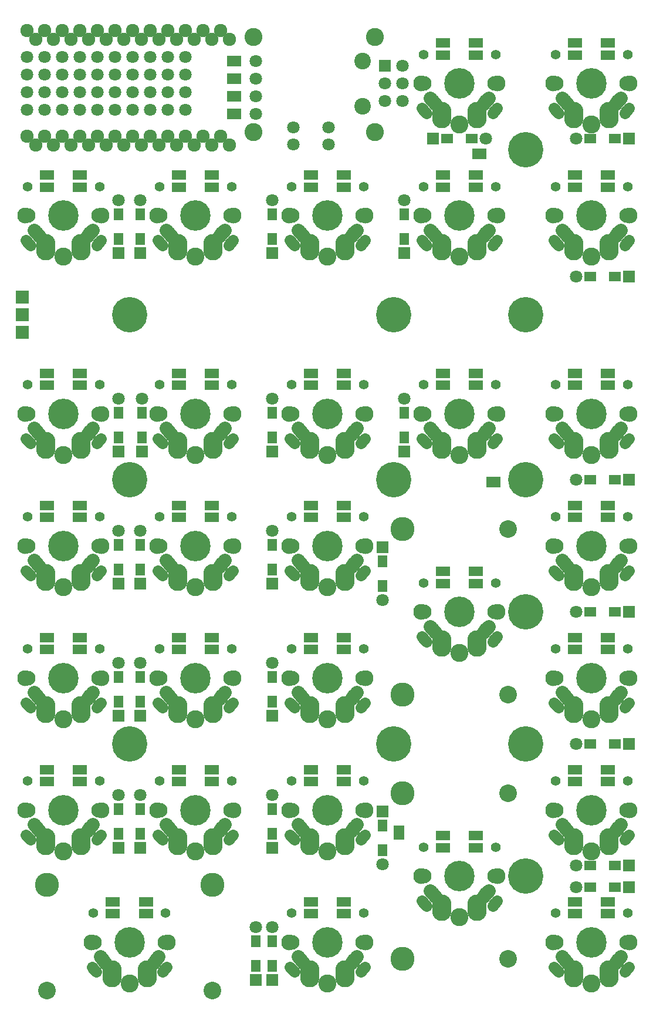
<source format=gts>
G04 #@! TF.GenerationSoftware,KiCad,Pcbnew,(5.0.0)*
G04 #@! TF.CreationDate,2018-09-18T23:33:11-07:00*
G04 #@! TF.ProjectId,chiral,63686972616C2E6B696361645F706362,v0.2*
G04 #@! TF.SameCoordinates,Original*
G04 #@! TF.FileFunction,Soldermask,Top*
G04 #@! TF.FilePolarity,Negative*
%FSLAX46Y46*%
G04 Gerber Fmt 4.6, Leading zero omitted, Abs format (unit mm)*
G04 Created by KiCad (PCBNEW (5.0.0)) date 09/18/18 23:33:11*
%MOMM*%
%LPD*%
G01*
G04 APERTURE LIST*
%ADD10C,3.479800*%
%ADD11C,2.540000*%
%ADD12R,1.700000X1.350000*%
%ADD13R,1.797000X1.797000*%
%ADD14C,1.797000*%
%ADD15R,1.350000X1.700000*%
%ADD16C,2.600000*%
%ADD17C,5.100000*%
%ADD18R,1.035000X1.543000*%
%ADD19R,1.543000X1.035000*%
%ADD20C,1.924000*%
%ADD21R,1.924000X1.924000*%
%ADD22C,1.650000*%
%ADD23C,1.650000*%
%ADD24C,4.400000*%
%ADD25C,2.300000*%
%ADD26C,2.800000*%
%ADD27C,1.950000*%
%ADD28C,1.950000*%
%ADD29C,2.100000*%
%ADD30C,1.400000*%
%ADD31C,2.400000*%
%ADD32R,2.000000X1.400000*%
G04 APERTURE END LIST*
D10*
G04 #@! TO.C,SW?*
X45212000Y-163195000D03*
X69088000Y-163195000D03*
D11*
X45212000Y-178435000D03*
X69088000Y-178435000D03*
G04 #@! TD*
D10*
G04 #@! TO.C,SW?*
X96520000Y-173863000D03*
X96520000Y-149987000D03*
D11*
X111760000Y-173863000D03*
X111760000Y-149987000D03*
G04 #@! TD*
D10*
G04 #@! TO.C,SW?*
X96520000Y-135763000D03*
X96520000Y-111887000D03*
D11*
X111760000Y-135763000D03*
X111760000Y-111887000D03*
G04 #@! TD*
D12*
G04 #@! TO.C,D1*
X103000000Y-55562500D03*
D13*
X100965000Y-55562500D03*
D14*
X108585000Y-55562500D03*
D12*
X106550000Y-55562500D03*
G04 #@! TD*
G04 #@! TO.C,D2*
X123637968Y-55562500D03*
D14*
X121602968Y-55562500D03*
D13*
X129222968Y-55562500D03*
D12*
X127187968Y-55562500D03*
G04 #@! TD*
D15*
G04 #@! TO.C,D3*
X55562968Y-66486578D03*
D14*
X55562968Y-64451578D03*
D13*
X55562968Y-72071578D03*
D15*
X55562968Y-70036578D03*
G04 #@! TD*
G04 #@! TO.C,D4*
X58737968Y-70036578D03*
D13*
X58737968Y-72071578D03*
D14*
X58737968Y-64451578D03*
D15*
X58737968Y-66486578D03*
G04 #@! TD*
G04 #@! TO.C,D5*
X77787968Y-66486578D03*
D14*
X77787968Y-64451578D03*
D13*
X77787968Y-72071578D03*
D15*
X77787968Y-70036578D03*
G04 #@! TD*
G04 #@! TO.C,D6*
X96837968Y-70036578D03*
D13*
X96837968Y-72071578D03*
D14*
X96837968Y-64451578D03*
D15*
X96837968Y-66486578D03*
G04 #@! TD*
D12*
G04 #@! TO.C,D7*
X123637968Y-75405328D03*
D14*
X121602968Y-75405328D03*
D13*
X129222968Y-75405328D03*
D12*
X127187968Y-75405328D03*
G04 #@! TD*
D15*
G04 #@! TO.C,D8*
X55562968Y-98611578D03*
D13*
X55562968Y-100646578D03*
D14*
X55562968Y-93026578D03*
D15*
X55562968Y-95061578D03*
G04 #@! TD*
G04 #@! TO.C,D9*
X58925468Y-95061578D03*
D14*
X58925468Y-93026578D03*
D13*
X58925468Y-100646578D03*
D15*
X58925468Y-98611578D03*
G04 #@! TD*
G04 #@! TO.C,D10*
X77787968Y-98611578D03*
D13*
X77787968Y-100646578D03*
D14*
X77787968Y-93026578D03*
D15*
X77787968Y-95061578D03*
G04 #@! TD*
G04 #@! TO.C,D11*
X96837968Y-95061578D03*
D14*
X96837968Y-93026578D03*
D13*
X96837968Y-100646578D03*
D15*
X96837968Y-98611578D03*
G04 #@! TD*
D12*
G04 #@! TO.C,D12*
X127187968Y-104774078D03*
D13*
X129222968Y-104774078D03*
D14*
X121602968Y-104774078D03*
D12*
X123637968Y-104774078D03*
G04 #@! TD*
D15*
G04 #@! TO.C,D13*
X55562968Y-117661578D03*
D13*
X55562968Y-119696578D03*
D14*
X55562968Y-112076578D03*
D15*
X55562968Y-114111578D03*
G04 #@! TD*
G04 #@! TO.C,D14*
X58737968Y-117661578D03*
D13*
X58737968Y-119696578D03*
D14*
X58737968Y-112076578D03*
D15*
X58737968Y-114111578D03*
G04 #@! TD*
G04 #@! TO.C,D15*
X77787968Y-114111578D03*
D14*
X77787968Y-112076578D03*
D13*
X77787968Y-119696578D03*
D15*
X77787968Y-117661578D03*
G04 #@! TD*
G04 #@! TO.C,D16*
X93662968Y-116492828D03*
D13*
X93662968Y-114457828D03*
D14*
X93662968Y-122077828D03*
D15*
X93662968Y-120042828D03*
G04 #@! TD*
D12*
G04 #@! TO.C,D17*
X123637968Y-123824078D03*
D14*
X121602968Y-123824078D03*
D13*
X129222968Y-123824078D03*
D12*
X127187968Y-123824078D03*
G04 #@! TD*
D15*
G04 #@! TO.C,D18*
X55562968Y-133161578D03*
D14*
X55562968Y-131126578D03*
D13*
X55562968Y-138746578D03*
D15*
X55562968Y-136711578D03*
G04 #@! TD*
G04 #@! TO.C,D19*
X58737968Y-136711578D03*
D13*
X58737968Y-138746578D03*
D14*
X58737968Y-131126578D03*
D15*
X58737968Y-133161578D03*
G04 #@! TD*
G04 #@! TO.C,D20*
X77787968Y-133161578D03*
D14*
X77787968Y-131126578D03*
D13*
X77787968Y-138746578D03*
D15*
X77787968Y-136711578D03*
G04 #@! TD*
D12*
G04 #@! TO.C,D21*
X127187968Y-142874078D03*
D13*
X129222968Y-142874078D03*
D14*
X121602968Y-142874078D03*
D12*
X123637968Y-142874078D03*
G04 #@! TD*
D15*
G04 #@! TO.C,D22*
X55562968Y-152211578D03*
D14*
X55562968Y-150176578D03*
D13*
X55562968Y-157796578D03*
D15*
X55562968Y-155761578D03*
G04 #@! TD*
G04 #@! TO.C,D23*
X58737968Y-155761578D03*
D13*
X58737968Y-157796578D03*
D14*
X58737968Y-150176578D03*
D15*
X58737968Y-152211578D03*
G04 #@! TD*
G04 #@! TO.C,D24*
X77787968Y-152211578D03*
D14*
X77787968Y-150176578D03*
D13*
X77787968Y-157796578D03*
D15*
X77787968Y-155761578D03*
G04 #@! TD*
G04 #@! TO.C,D25*
X93662968Y-154592828D03*
D13*
X93662968Y-152557828D03*
D14*
X93662968Y-160177828D03*
D15*
X93662968Y-158142828D03*
G04 #@! TD*
D12*
G04 #@! TO.C,D26*
X123637968Y-160336578D03*
D14*
X121602968Y-160336578D03*
D13*
X129222968Y-160336578D03*
D12*
X127187968Y-160336578D03*
G04 #@! TD*
D15*
G04 #@! TO.C,D27*
X75406718Y-174811578D03*
D13*
X75406718Y-176846578D03*
D14*
X75406718Y-169226578D03*
D15*
X75406718Y-171261578D03*
G04 #@! TD*
G04 #@! TO.C,D28*
X77787968Y-171261578D03*
D14*
X77787968Y-169226578D03*
D13*
X77787968Y-176846578D03*
D15*
X77787968Y-174811578D03*
G04 #@! TD*
D12*
G04 #@! TO.C,D29*
X127187968Y-163511578D03*
D13*
X129222968Y-163511578D03*
D14*
X121602968Y-163511578D03*
D12*
X123637968Y-163511578D03*
G04 #@! TD*
D14*
G04 #@! TO.C,H1*
X47464960Y-48892460D03*
X42384960Y-48892460D03*
X44924960Y-48892460D03*
X42384960Y-51432460D03*
X52544960Y-48892460D03*
X47464960Y-51432460D03*
X55084960Y-48892460D03*
X57624960Y-48892460D03*
X50004960Y-48892460D03*
X52544960Y-51432460D03*
X57624960Y-51432460D03*
X60164960Y-48892460D03*
X60164960Y-51432460D03*
X62704960Y-48892460D03*
X62704960Y-51432460D03*
X65244960Y-48892460D03*
X65244960Y-51432460D03*
X50004960Y-51432460D03*
X55084960Y-51432460D03*
X44924960Y-51432460D03*
X65247500Y-46355000D03*
X65247500Y-43815000D03*
X62707500Y-46355000D03*
X62707500Y-43815000D03*
X60167500Y-46355000D03*
X60167500Y-43815000D03*
X57627500Y-46355000D03*
X57627500Y-43815000D03*
X55087500Y-46355000D03*
X55087500Y-43815000D03*
X52547500Y-46355000D03*
X52547500Y-43815000D03*
X50007500Y-46355000D03*
X50007500Y-43815000D03*
X47467500Y-46355000D03*
X47467500Y-43815000D03*
X44927500Y-46355000D03*
X44927500Y-43815000D03*
X42387500Y-46355000D03*
X42387500Y-43815000D03*
G04 #@! TD*
D16*
G04 #@! TO.C,H2*
X75085000Y-40875000D03*
G04 #@! TD*
G04 #@! TO.C,H3*
X75085000Y-54625000D03*
G04 #@! TD*
G04 #@! TO.C,H4*
X92585000Y-40875000D03*
G04 #@! TD*
G04 #@! TO.C,H5*
X92585000Y-54625000D03*
G04 #@! TD*
D17*
G04 #@! TO.C,H6*
X114300000Y-57150000D03*
G04 #@! TD*
G04 #@! TO.C,H7*
X57150000Y-80962500D03*
G04 #@! TD*
G04 #@! TO.C,H8*
X95250000Y-80962500D03*
G04 #@! TD*
G04 #@! TO.C,H9*
X114300000Y-80962500D03*
G04 #@! TD*
G04 #@! TO.C,H10*
X57150000Y-104775000D03*
G04 #@! TD*
G04 #@! TO.C,H11*
X95250000Y-104775000D03*
G04 #@! TD*
G04 #@! TO.C,H12*
X114300000Y-104775000D03*
G04 #@! TD*
G04 #@! TO.C,H13*
X114300000Y-123825000D03*
G04 #@! TD*
G04 #@! TO.C,H14*
X57150000Y-142875000D03*
G04 #@! TD*
G04 #@! TO.C,H15*
X95250000Y-142875000D03*
G04 #@! TD*
G04 #@! TO.C,H16*
X114300000Y-142875000D03*
G04 #@! TD*
G04 #@! TO.C,H17*
X114300000Y-161925000D03*
G04 #@! TD*
D18*
G04 #@! TO.C,JP1*
X108175380Y-57705000D03*
X107174620Y-57705000D03*
G04 #@! TD*
G04 #@! TO.C,JP2*
X110155380Y-105105000D03*
X109154620Y-105105000D03*
G04 #@! TD*
D19*
G04 #@! TO.C,JP3*
X96065000Y-155114620D03*
X96065000Y-156115380D03*
G04 #@! TD*
D18*
G04 #@! TO.C,JP4*
X71724620Y-44335000D03*
X72725380Y-44335000D03*
G04 #@! TD*
G04 #@! TO.C,JP5*
X72725380Y-46875000D03*
X71724620Y-46875000D03*
G04 #@! TD*
G04 #@! TO.C,JP6*
X72725380Y-49415000D03*
X71724620Y-49415000D03*
G04 #@! TD*
G04 #@! TO.C,JP7*
X71724620Y-51955000D03*
X72725380Y-51955000D03*
G04 #@! TD*
D20*
G04 #@! TO.C,MCU1*
X43656718Y-56514078D03*
X46196718Y-56514078D03*
X48736718Y-56514078D03*
X51276718Y-56514078D03*
X53816718Y-56514078D03*
X56356718Y-56514078D03*
X58896718Y-56514078D03*
X61436718Y-56514078D03*
X63976718Y-56514078D03*
X66516718Y-56514078D03*
X69056718Y-56514078D03*
X71596718Y-56514078D03*
X71596718Y-41274078D03*
X69056718Y-41274078D03*
X66516718Y-41274078D03*
X63976718Y-41274078D03*
X61436718Y-41274078D03*
X58896718Y-41274078D03*
X56356718Y-41274078D03*
X53816718Y-41274078D03*
X51276718Y-41274078D03*
X48736718Y-41274078D03*
X46196718Y-41274078D03*
X43656718Y-41274078D03*
X65246718Y-55244078D03*
X62706718Y-40004078D03*
X50006718Y-55244078D03*
X42386718Y-40004078D03*
X44926718Y-40004078D03*
X70326718Y-55244078D03*
X60166718Y-55244078D03*
X47466718Y-40004078D03*
X50006718Y-40004078D03*
X52546718Y-40004078D03*
X44926718Y-55244078D03*
X42386718Y-55244078D03*
X55086718Y-40004078D03*
X60166718Y-40004078D03*
X70326718Y-40004078D03*
X57626718Y-55244078D03*
X52546718Y-55244078D03*
X47466718Y-55244078D03*
X55086718Y-55244078D03*
X57626718Y-40004078D03*
X65246718Y-40004078D03*
X67786718Y-40004078D03*
X67786718Y-55244078D03*
X62706718Y-55244078D03*
G04 #@! TD*
D14*
G04 #@! TO.C,P1*
X75410000Y-44335000D03*
X75410000Y-46875000D03*
X75410000Y-49415000D03*
X75410000Y-51955000D03*
G04 #@! TD*
D21*
G04 #@! TO.C,P2*
X41675000Y-78422500D03*
X41675000Y-80962500D03*
X41675000Y-83502500D03*
G04 #@! TD*
D13*
G04 #@! TO.C,P3*
X94005000Y-45085000D03*
D14*
X96545000Y-45085000D03*
X94005000Y-47625000D03*
X96545000Y-47625000D03*
X94005000Y-50165000D03*
X96545000Y-50165000D03*
G04 #@! TD*
G04 #@! TO.C,R1*
X80803750Y-53975000D03*
X85883750Y-53975000D03*
G04 #@! TD*
G04 #@! TO.C,R2*
X85883750Y-56356250D03*
X80803750Y-56356250D03*
G04 #@! TD*
D22*
G04 #@! TO.C,SW1*
X99675468Y-51524078D03*
D23*
X99980792Y-51887949D02*
X99370144Y-51160207D01*
D24*
X104775468Y-47624078D03*
D25*
X110275468Y-47624078D03*
X99275468Y-47624078D03*
D22*
X109875468Y-51524078D03*
D23*
X110180792Y-51160207D02*
X109570144Y-51887949D01*
D16*
X104775468Y-53524078D03*
D26*
X102235468Y-52704078D03*
D27*
X108585468Y-50164078D03*
D28*
X108987210Y-49685300D02*
X108183726Y-50642856D01*
D26*
X107315468Y-52704078D03*
D27*
X100965468Y-50164078D03*
D28*
X101367210Y-50642856D02*
X100563726Y-49685300D01*
D26*
X102235468Y-52124078D03*
X102235468Y-51624078D03*
X107315468Y-51624078D03*
X107315468Y-52124078D03*
D29*
X99695468Y-47624078D03*
X109855468Y-47624078D03*
D30*
X99555468Y-43424078D03*
X109995468Y-43424078D03*
G04 #@! TD*
D22*
G04 #@! TO.C,SW2*
X118725468Y-51524078D03*
D23*
X119030792Y-51887949D02*
X118420144Y-51160207D01*
D24*
X123825468Y-47624078D03*
D25*
X129325468Y-47624078D03*
X118325468Y-47624078D03*
D22*
X128925468Y-51524078D03*
D23*
X129230792Y-51160207D02*
X128620144Y-51887949D01*
D16*
X123825468Y-53524078D03*
D26*
X121285468Y-52704078D03*
D27*
X127635468Y-50164078D03*
D28*
X128037210Y-49685300D02*
X127233726Y-50642856D01*
D26*
X126365468Y-52704078D03*
D27*
X120015468Y-50164078D03*
D28*
X120417210Y-50642856D02*
X119613726Y-49685300D01*
D26*
X121285468Y-52124078D03*
X121285468Y-51624078D03*
X126365468Y-51624078D03*
X126365468Y-52124078D03*
D29*
X118745468Y-47624078D03*
X128905468Y-47624078D03*
D30*
X118605468Y-43424078D03*
X129045468Y-43424078D03*
G04 #@! TD*
G04 #@! TO.C,SW3*
X52845468Y-62474078D03*
X42405468Y-62474078D03*
D29*
X52705468Y-66674078D03*
X42545468Y-66674078D03*
D26*
X50165468Y-71174078D03*
X50165468Y-70674078D03*
X45085468Y-70674078D03*
X45085468Y-71174078D03*
D27*
X43815468Y-69214078D03*
D28*
X44217210Y-69692856D02*
X43413726Y-68735300D01*
D26*
X50165468Y-71754078D03*
D27*
X51435468Y-69214078D03*
D28*
X51837210Y-68735300D02*
X51033726Y-69692856D01*
D26*
X45085468Y-71754078D03*
D16*
X47625468Y-72574078D03*
D22*
X52725468Y-70574078D03*
D23*
X53030792Y-70210207D02*
X52420144Y-70937949D01*
D25*
X42125468Y-66674078D03*
X53125468Y-66674078D03*
D24*
X47625468Y-66674078D03*
D22*
X42525468Y-70574078D03*
D23*
X42830792Y-70937949D02*
X42220144Y-70210207D01*
G04 #@! TD*
D22*
G04 #@! TO.C,SW4*
X61575468Y-70574078D03*
D23*
X61880792Y-70937949D02*
X61270144Y-70210207D01*
D24*
X66675468Y-66674078D03*
D25*
X72175468Y-66674078D03*
X61175468Y-66674078D03*
D22*
X71775468Y-70574078D03*
D23*
X72080792Y-70210207D02*
X71470144Y-70937949D01*
D16*
X66675468Y-72574078D03*
D26*
X64135468Y-71754078D03*
D27*
X70485468Y-69214078D03*
D28*
X70887210Y-68735300D02*
X70083726Y-69692856D01*
D26*
X69215468Y-71754078D03*
D27*
X62865468Y-69214078D03*
D28*
X63267210Y-69692856D02*
X62463726Y-68735300D01*
D26*
X64135468Y-71174078D03*
X64135468Y-70674078D03*
X69215468Y-70674078D03*
X69215468Y-71174078D03*
D29*
X61595468Y-66674078D03*
X71755468Y-66674078D03*
D30*
X61455468Y-62474078D03*
X71895468Y-62474078D03*
G04 #@! TD*
G04 #@! TO.C,SW5*
X90945468Y-62474078D03*
X80505468Y-62474078D03*
D29*
X90805468Y-66674078D03*
X80645468Y-66674078D03*
D26*
X88265468Y-71174078D03*
X88265468Y-70674078D03*
X83185468Y-70674078D03*
X83185468Y-71174078D03*
D27*
X81915468Y-69214078D03*
D28*
X82317210Y-69692856D02*
X81513726Y-68735300D01*
D26*
X88265468Y-71754078D03*
D27*
X89535468Y-69214078D03*
D28*
X89937210Y-68735300D02*
X89133726Y-69692856D01*
D26*
X83185468Y-71754078D03*
D16*
X85725468Y-72574078D03*
D22*
X90825468Y-70574078D03*
D23*
X91130792Y-70210207D02*
X90520144Y-70937949D01*
D25*
X80225468Y-66674078D03*
X91225468Y-66674078D03*
D24*
X85725468Y-66674078D03*
D22*
X80625468Y-70574078D03*
D23*
X80930792Y-70937949D02*
X80320144Y-70210207D01*
G04 #@! TD*
D22*
G04 #@! TO.C,SW6*
X99675468Y-70574078D03*
D23*
X99980792Y-70937949D02*
X99370144Y-70210207D01*
D24*
X104775468Y-66674078D03*
D25*
X110275468Y-66674078D03*
X99275468Y-66674078D03*
D22*
X109875468Y-70574078D03*
D23*
X110180792Y-70210207D02*
X109570144Y-70937949D01*
D16*
X104775468Y-72574078D03*
D26*
X102235468Y-71754078D03*
D27*
X108585468Y-69214078D03*
D28*
X108987210Y-68735300D02*
X108183726Y-69692856D01*
D26*
X107315468Y-71754078D03*
D27*
X100965468Y-69214078D03*
D28*
X101367210Y-69692856D02*
X100563726Y-68735300D01*
D26*
X102235468Y-71174078D03*
X102235468Y-70674078D03*
X107315468Y-70674078D03*
X107315468Y-71174078D03*
D29*
X99695468Y-66674078D03*
X109855468Y-66674078D03*
D30*
X99555468Y-62474078D03*
X109995468Y-62474078D03*
G04 #@! TD*
G04 #@! TO.C,SW7*
X129045468Y-62474078D03*
X118605468Y-62474078D03*
D29*
X128905468Y-66674078D03*
X118745468Y-66674078D03*
D26*
X126365468Y-71174078D03*
X126365468Y-70674078D03*
X121285468Y-70674078D03*
X121285468Y-71174078D03*
D27*
X120015468Y-69214078D03*
D28*
X120417210Y-69692856D02*
X119613726Y-68735300D01*
D26*
X126365468Y-71754078D03*
D27*
X127635468Y-69214078D03*
D28*
X128037210Y-68735300D02*
X127233726Y-69692856D01*
D26*
X121285468Y-71754078D03*
D16*
X123825468Y-72574078D03*
D22*
X128925468Y-70574078D03*
D23*
X129230792Y-70210207D02*
X128620144Y-70937949D01*
D25*
X118325468Y-66674078D03*
X129325468Y-66674078D03*
D24*
X123825468Y-66674078D03*
D22*
X118725468Y-70574078D03*
D23*
X119030792Y-70937949D02*
X118420144Y-70210207D01*
G04 #@! TD*
D30*
G04 #@! TO.C,SW8*
X52845468Y-91049078D03*
X42405468Y-91049078D03*
D29*
X52705468Y-95249078D03*
X42545468Y-95249078D03*
D26*
X50165468Y-99749078D03*
X50165468Y-99249078D03*
X45085468Y-99249078D03*
X45085468Y-99749078D03*
D27*
X43815468Y-97789078D03*
D28*
X44217210Y-98267856D02*
X43413726Y-97310300D01*
D26*
X50165468Y-100329078D03*
D27*
X51435468Y-97789078D03*
D28*
X51837210Y-97310300D02*
X51033726Y-98267856D01*
D26*
X45085468Y-100329078D03*
D16*
X47625468Y-101149078D03*
D22*
X52725468Y-99149078D03*
D23*
X53030792Y-98785207D02*
X52420144Y-99512949D01*
D25*
X42125468Y-95249078D03*
X53125468Y-95249078D03*
D24*
X47625468Y-95249078D03*
D22*
X42525468Y-99149078D03*
D23*
X42830792Y-99512949D02*
X42220144Y-98785207D01*
G04 #@! TD*
D30*
G04 #@! TO.C,SW9*
X71895468Y-91049078D03*
X61455468Y-91049078D03*
D29*
X71755468Y-95249078D03*
X61595468Y-95249078D03*
D26*
X69215468Y-99749078D03*
X69215468Y-99249078D03*
X64135468Y-99249078D03*
X64135468Y-99749078D03*
D27*
X62865468Y-97789078D03*
D28*
X63267210Y-98267856D02*
X62463726Y-97310300D01*
D26*
X69215468Y-100329078D03*
D27*
X70485468Y-97789078D03*
D28*
X70887210Y-97310300D02*
X70083726Y-98267856D01*
D26*
X64135468Y-100329078D03*
D16*
X66675468Y-101149078D03*
D22*
X71775468Y-99149078D03*
D23*
X72080792Y-98785207D02*
X71470144Y-99512949D01*
D25*
X61175468Y-95249078D03*
X72175468Y-95249078D03*
D24*
X66675468Y-95249078D03*
D22*
X61575468Y-99149078D03*
D23*
X61880792Y-99512949D02*
X61270144Y-98785207D01*
G04 #@! TD*
D30*
G04 #@! TO.C,SW10*
X90945468Y-91049078D03*
X80505468Y-91049078D03*
D29*
X90805468Y-95249078D03*
X80645468Y-95249078D03*
D26*
X88265468Y-99749078D03*
X88265468Y-99249078D03*
X83185468Y-99249078D03*
X83185468Y-99749078D03*
D27*
X81915468Y-97789078D03*
D28*
X82317210Y-98267856D02*
X81513726Y-97310300D01*
D26*
X88265468Y-100329078D03*
D27*
X89535468Y-97789078D03*
D28*
X89937210Y-97310300D02*
X89133726Y-98267856D01*
D26*
X83185468Y-100329078D03*
D16*
X85725468Y-101149078D03*
D22*
X90825468Y-99149078D03*
D23*
X91130792Y-98785207D02*
X90520144Y-99512949D01*
D25*
X80225468Y-95249078D03*
X91225468Y-95249078D03*
D24*
X85725468Y-95249078D03*
D22*
X80625468Y-99149078D03*
D23*
X80930792Y-99512949D02*
X80320144Y-98785207D01*
G04 #@! TD*
D30*
G04 #@! TO.C,SW11*
X109995468Y-91049078D03*
X99555468Y-91049078D03*
D29*
X109855468Y-95249078D03*
X99695468Y-95249078D03*
D26*
X107315468Y-99749078D03*
X107315468Y-99249078D03*
X102235468Y-99249078D03*
X102235468Y-99749078D03*
D27*
X100965468Y-97789078D03*
D28*
X101367210Y-98267856D02*
X100563726Y-97310300D01*
D26*
X107315468Y-100329078D03*
D27*
X108585468Y-97789078D03*
D28*
X108987210Y-97310300D02*
X108183726Y-98267856D01*
D26*
X102235468Y-100329078D03*
D16*
X104775468Y-101149078D03*
D22*
X109875468Y-99149078D03*
D23*
X110180792Y-98785207D02*
X109570144Y-99512949D01*
D25*
X99275468Y-95249078D03*
X110275468Y-95249078D03*
D24*
X104775468Y-95249078D03*
D22*
X99675468Y-99149078D03*
D23*
X99980792Y-99512949D02*
X99370144Y-98785207D01*
G04 #@! TD*
D22*
G04 #@! TO.C,SW12*
X118725468Y-99149078D03*
D23*
X119030792Y-99512949D02*
X118420144Y-98785207D01*
D24*
X123825468Y-95249078D03*
D25*
X129325468Y-95249078D03*
X118325468Y-95249078D03*
D22*
X128925468Y-99149078D03*
D23*
X129230792Y-98785207D02*
X128620144Y-99512949D01*
D16*
X123825468Y-101149078D03*
D26*
X121285468Y-100329078D03*
D27*
X127635468Y-97789078D03*
D28*
X128037210Y-97310300D02*
X127233726Y-98267856D01*
D26*
X126365468Y-100329078D03*
D27*
X120015468Y-97789078D03*
D28*
X120417210Y-98267856D02*
X119613726Y-97310300D01*
D26*
X121285468Y-99749078D03*
X121285468Y-99249078D03*
X126365468Y-99249078D03*
X126365468Y-99749078D03*
D29*
X118745468Y-95249078D03*
X128905468Y-95249078D03*
D30*
X118605468Y-91049078D03*
X129045468Y-91049078D03*
G04 #@! TD*
D22*
G04 #@! TO.C,SW13*
X42525468Y-118199078D03*
D23*
X42830792Y-118562949D02*
X42220144Y-117835207D01*
D24*
X47625468Y-114299078D03*
D25*
X53125468Y-114299078D03*
X42125468Y-114299078D03*
D22*
X52725468Y-118199078D03*
D23*
X53030792Y-117835207D02*
X52420144Y-118562949D01*
D16*
X47625468Y-120199078D03*
D26*
X45085468Y-119379078D03*
D27*
X51435468Y-116839078D03*
D28*
X51837210Y-116360300D02*
X51033726Y-117317856D01*
D26*
X50165468Y-119379078D03*
D27*
X43815468Y-116839078D03*
D28*
X44217210Y-117317856D02*
X43413726Y-116360300D01*
D26*
X45085468Y-118799078D03*
X45085468Y-118299078D03*
X50165468Y-118299078D03*
X50165468Y-118799078D03*
D29*
X42545468Y-114299078D03*
X52705468Y-114299078D03*
D30*
X42405468Y-110099078D03*
X52845468Y-110099078D03*
G04 #@! TD*
G04 #@! TO.C,SW14*
X71895468Y-110099078D03*
X61455468Y-110099078D03*
D29*
X71755468Y-114299078D03*
X61595468Y-114299078D03*
D26*
X69215468Y-118799078D03*
X69215468Y-118299078D03*
X64135468Y-118299078D03*
X64135468Y-118799078D03*
D27*
X62865468Y-116839078D03*
D28*
X63267210Y-117317856D02*
X62463726Y-116360300D01*
D26*
X69215468Y-119379078D03*
D27*
X70485468Y-116839078D03*
D28*
X70887210Y-116360300D02*
X70083726Y-117317856D01*
D26*
X64135468Y-119379078D03*
D16*
X66675468Y-120199078D03*
D22*
X71775468Y-118199078D03*
D23*
X72080792Y-117835207D02*
X71470144Y-118562949D01*
D25*
X61175468Y-114299078D03*
X72175468Y-114299078D03*
D24*
X66675468Y-114299078D03*
D22*
X61575468Y-118199078D03*
D23*
X61880792Y-118562949D02*
X61270144Y-117835207D01*
G04 #@! TD*
D22*
G04 #@! TO.C,SW15*
X80625468Y-118199078D03*
D23*
X80930792Y-118562949D02*
X80320144Y-117835207D01*
D24*
X85725468Y-114299078D03*
D25*
X91225468Y-114299078D03*
X80225468Y-114299078D03*
D22*
X90825468Y-118199078D03*
D23*
X91130792Y-117835207D02*
X90520144Y-118562949D01*
D16*
X85725468Y-120199078D03*
D26*
X83185468Y-119379078D03*
D27*
X89535468Y-116839078D03*
D28*
X89937210Y-116360300D02*
X89133726Y-117317856D01*
D26*
X88265468Y-119379078D03*
D27*
X81915468Y-116839078D03*
D28*
X82317210Y-117317856D02*
X81513726Y-116360300D01*
D26*
X83185468Y-118799078D03*
X83185468Y-118299078D03*
X88265468Y-118299078D03*
X88265468Y-118799078D03*
D29*
X80645468Y-114299078D03*
X90805468Y-114299078D03*
D30*
X80505468Y-110099078D03*
X90945468Y-110099078D03*
G04 #@! TD*
G04 #@! TO.C,SW16*
X109995468Y-119624078D03*
X99555468Y-119624078D03*
D29*
X109855468Y-123824078D03*
X99695468Y-123824078D03*
D26*
X107315468Y-128324078D03*
X107315468Y-127824078D03*
X102235468Y-127824078D03*
X102235468Y-128324078D03*
D27*
X100965468Y-126364078D03*
D28*
X101367210Y-126842856D02*
X100563726Y-125885300D01*
D26*
X107315468Y-128904078D03*
D27*
X108585468Y-126364078D03*
D28*
X108987210Y-125885300D02*
X108183726Y-126842856D01*
D26*
X102235468Y-128904078D03*
D16*
X104775468Y-129724078D03*
D22*
X109875468Y-127724078D03*
D23*
X110180792Y-127360207D02*
X109570144Y-128087949D01*
D25*
X99275468Y-123824078D03*
X110275468Y-123824078D03*
D24*
X104775468Y-123824078D03*
D22*
X99675468Y-127724078D03*
D23*
X99980792Y-128087949D02*
X99370144Y-127360207D01*
G04 #@! TD*
D22*
G04 #@! TO.C,SW17*
X118725468Y-118199078D03*
D23*
X119030792Y-118562949D02*
X118420144Y-117835207D01*
D24*
X123825468Y-114299078D03*
D25*
X129325468Y-114299078D03*
X118325468Y-114299078D03*
D22*
X128925468Y-118199078D03*
D23*
X129230792Y-117835207D02*
X128620144Y-118562949D01*
D16*
X123825468Y-120199078D03*
D26*
X121285468Y-119379078D03*
D27*
X127635468Y-116839078D03*
D28*
X128037210Y-116360300D02*
X127233726Y-117317856D01*
D26*
X126365468Y-119379078D03*
D27*
X120015468Y-116839078D03*
D28*
X120417210Y-117317856D02*
X119613726Y-116360300D01*
D26*
X121285468Y-118799078D03*
X121285468Y-118299078D03*
X126365468Y-118299078D03*
X126365468Y-118799078D03*
D29*
X118745468Y-114299078D03*
X128905468Y-114299078D03*
D30*
X118605468Y-110099078D03*
X129045468Y-110099078D03*
G04 #@! TD*
D22*
G04 #@! TO.C,SW18*
X42525468Y-137249078D03*
D23*
X42830792Y-137612949D02*
X42220144Y-136885207D01*
D24*
X47625468Y-133349078D03*
D25*
X53125468Y-133349078D03*
X42125468Y-133349078D03*
D22*
X52725468Y-137249078D03*
D23*
X53030792Y-136885207D02*
X52420144Y-137612949D01*
D16*
X47625468Y-139249078D03*
D26*
X45085468Y-138429078D03*
D27*
X51435468Y-135889078D03*
D28*
X51837210Y-135410300D02*
X51033726Y-136367856D01*
D26*
X50165468Y-138429078D03*
D27*
X43815468Y-135889078D03*
D28*
X44217210Y-136367856D02*
X43413726Y-135410300D01*
D26*
X45085468Y-137849078D03*
X45085468Y-137349078D03*
X50165468Y-137349078D03*
X50165468Y-137849078D03*
D29*
X42545468Y-133349078D03*
X52705468Y-133349078D03*
D30*
X42405468Y-129149078D03*
X52845468Y-129149078D03*
G04 #@! TD*
G04 #@! TO.C,SW19*
X71896872Y-129146312D03*
X61456872Y-129146312D03*
D29*
X71756872Y-133346312D03*
X61596872Y-133346312D03*
D26*
X69216872Y-137846312D03*
X69216872Y-137346312D03*
X64136872Y-137346312D03*
X64136872Y-137846312D03*
D27*
X62866872Y-135886312D03*
D28*
X63268614Y-136365090D02*
X62465130Y-135407534D01*
D26*
X69216872Y-138426312D03*
D27*
X70486872Y-135886312D03*
D28*
X70888614Y-135407534D02*
X70085130Y-136365090D01*
D26*
X64136872Y-138426312D03*
D16*
X66676872Y-139246312D03*
D22*
X71776872Y-137246312D03*
D23*
X72082196Y-136882441D02*
X71471548Y-137610183D01*
D25*
X61176872Y-133346312D03*
X72176872Y-133346312D03*
D24*
X66676872Y-133346312D03*
D22*
X61576872Y-137246312D03*
D23*
X61882196Y-137610183D02*
X61271548Y-136882441D01*
G04 #@! TD*
D22*
G04 #@! TO.C,SW20*
X80625468Y-137249078D03*
D23*
X80930792Y-137612949D02*
X80320144Y-136885207D01*
D24*
X85725468Y-133349078D03*
D25*
X91225468Y-133349078D03*
X80225468Y-133349078D03*
D22*
X90825468Y-137249078D03*
D23*
X91130792Y-136885207D02*
X90520144Y-137612949D01*
D16*
X85725468Y-139249078D03*
D26*
X83185468Y-138429078D03*
D27*
X89535468Y-135889078D03*
D28*
X89937210Y-135410300D02*
X89133726Y-136367856D01*
D26*
X88265468Y-138429078D03*
D27*
X81915468Y-135889078D03*
D28*
X82317210Y-136367856D02*
X81513726Y-135410300D01*
D26*
X83185468Y-137849078D03*
X83185468Y-137349078D03*
X88265468Y-137349078D03*
X88265468Y-137849078D03*
D29*
X80645468Y-133349078D03*
X90805468Y-133349078D03*
D30*
X80505468Y-129149078D03*
X90945468Y-129149078D03*
G04 #@! TD*
G04 #@! TO.C,SW21*
X129045468Y-129149078D03*
X118605468Y-129149078D03*
D29*
X128905468Y-133349078D03*
X118745468Y-133349078D03*
D26*
X126365468Y-137849078D03*
X126365468Y-137349078D03*
X121285468Y-137349078D03*
X121285468Y-137849078D03*
D27*
X120015468Y-135889078D03*
D28*
X120417210Y-136367856D02*
X119613726Y-135410300D01*
D26*
X126365468Y-138429078D03*
D27*
X127635468Y-135889078D03*
D28*
X128037210Y-135410300D02*
X127233726Y-136367856D01*
D26*
X121285468Y-138429078D03*
D16*
X123825468Y-139249078D03*
D22*
X128925468Y-137249078D03*
D23*
X129230792Y-136885207D02*
X128620144Y-137612949D01*
D25*
X118325468Y-133349078D03*
X129325468Y-133349078D03*
D24*
X123825468Y-133349078D03*
D22*
X118725468Y-137249078D03*
D23*
X119030792Y-137612949D02*
X118420144Y-136885207D01*
G04 #@! TD*
D30*
G04 #@! TO.C,SW22*
X52845468Y-148199078D03*
X42405468Y-148199078D03*
D29*
X52705468Y-152399078D03*
X42545468Y-152399078D03*
D26*
X50165468Y-156899078D03*
X50165468Y-156399078D03*
X45085468Y-156399078D03*
X45085468Y-156899078D03*
D27*
X43815468Y-154939078D03*
D28*
X44217210Y-155417856D02*
X43413726Y-154460300D01*
D26*
X50165468Y-157479078D03*
D27*
X51435468Y-154939078D03*
D28*
X51837210Y-154460300D02*
X51033726Y-155417856D01*
D26*
X45085468Y-157479078D03*
D16*
X47625468Y-158299078D03*
D22*
X52725468Y-156299078D03*
D23*
X53030792Y-155935207D02*
X52420144Y-156662949D01*
D25*
X42125468Y-152399078D03*
X53125468Y-152399078D03*
D24*
X47625468Y-152399078D03*
D22*
X42525468Y-156299078D03*
D23*
X42830792Y-156662949D02*
X42220144Y-155935207D01*
G04 #@! TD*
D22*
G04 #@! TO.C,SW23*
X61575468Y-156299078D03*
D23*
X61880792Y-156662949D02*
X61270144Y-155935207D01*
D24*
X66675468Y-152399078D03*
D25*
X72175468Y-152399078D03*
X61175468Y-152399078D03*
D22*
X71775468Y-156299078D03*
D23*
X72080792Y-155935207D02*
X71470144Y-156662949D01*
D16*
X66675468Y-158299078D03*
D26*
X64135468Y-157479078D03*
D27*
X70485468Y-154939078D03*
D28*
X70887210Y-154460300D02*
X70083726Y-155417856D01*
D26*
X69215468Y-157479078D03*
D27*
X62865468Y-154939078D03*
D28*
X63267210Y-155417856D02*
X62463726Y-154460300D01*
D26*
X64135468Y-156899078D03*
X64135468Y-156399078D03*
X69215468Y-156399078D03*
X69215468Y-156899078D03*
D29*
X61595468Y-152399078D03*
X71755468Y-152399078D03*
D30*
X61455468Y-148199078D03*
X71895468Y-148199078D03*
G04 #@! TD*
D22*
G04 #@! TO.C,SW24*
X80625468Y-156299078D03*
D23*
X80930792Y-156662949D02*
X80320144Y-155935207D01*
D24*
X85725468Y-152399078D03*
D25*
X91225468Y-152399078D03*
X80225468Y-152399078D03*
D22*
X90825468Y-156299078D03*
D23*
X91130792Y-155935207D02*
X90520144Y-156662949D01*
D16*
X85725468Y-158299078D03*
D26*
X83185468Y-157479078D03*
D27*
X89535468Y-154939078D03*
D28*
X89937210Y-154460300D02*
X89133726Y-155417856D01*
D26*
X88265468Y-157479078D03*
D27*
X81915468Y-154939078D03*
D28*
X82317210Y-155417856D02*
X81513726Y-154460300D01*
D26*
X83185468Y-156899078D03*
X83185468Y-156399078D03*
X88265468Y-156399078D03*
X88265468Y-156899078D03*
D29*
X80645468Y-152399078D03*
X90805468Y-152399078D03*
D30*
X80505468Y-148199078D03*
X90945468Y-148199078D03*
G04 #@! TD*
G04 #@! TO.C,SW25*
X109995468Y-157724078D03*
X99555468Y-157724078D03*
D29*
X109855468Y-161924078D03*
X99695468Y-161924078D03*
D26*
X107315468Y-166424078D03*
X107315468Y-165924078D03*
X102235468Y-165924078D03*
X102235468Y-166424078D03*
D27*
X100965468Y-164464078D03*
D28*
X101367210Y-164942856D02*
X100563726Y-163985300D01*
D26*
X107315468Y-167004078D03*
D27*
X108585468Y-164464078D03*
D28*
X108987210Y-163985300D02*
X108183726Y-164942856D01*
D26*
X102235468Y-167004078D03*
D16*
X104775468Y-167824078D03*
D22*
X109875468Y-165824078D03*
D23*
X110180792Y-165460207D02*
X109570144Y-166187949D01*
D25*
X99275468Y-161924078D03*
X110275468Y-161924078D03*
D24*
X104775468Y-161924078D03*
D22*
X99675468Y-165824078D03*
D23*
X99980792Y-166187949D02*
X99370144Y-165460207D01*
G04 #@! TD*
D22*
G04 #@! TO.C,SW26*
X118725468Y-156299078D03*
D23*
X119030792Y-156662949D02*
X118420144Y-155935207D01*
D24*
X123825468Y-152399078D03*
D25*
X129325468Y-152399078D03*
X118325468Y-152399078D03*
D22*
X128925468Y-156299078D03*
D23*
X129230792Y-155935207D02*
X128620144Y-156662949D01*
D16*
X123825468Y-158299078D03*
D26*
X121285468Y-157479078D03*
D27*
X127635468Y-154939078D03*
D28*
X128037210Y-154460300D02*
X127233726Y-155417856D01*
D26*
X126365468Y-157479078D03*
D27*
X120015468Y-154939078D03*
D28*
X120417210Y-155417856D02*
X119613726Y-154460300D01*
D26*
X121285468Y-156899078D03*
X121285468Y-156399078D03*
X126365468Y-156399078D03*
X126365468Y-156899078D03*
D29*
X118745468Y-152399078D03*
X128905468Y-152399078D03*
D30*
X118605468Y-148199078D03*
X129045468Y-148199078D03*
G04 #@! TD*
G04 #@! TO.C,SW27*
X62370468Y-167249078D03*
X51930468Y-167249078D03*
D29*
X62230468Y-171449078D03*
X52070468Y-171449078D03*
D26*
X59690468Y-175949078D03*
X59690468Y-175449078D03*
X54610468Y-175449078D03*
X54610468Y-175949078D03*
D27*
X53340468Y-173989078D03*
D28*
X53742210Y-174467856D02*
X52938726Y-173510300D01*
D26*
X59690468Y-176529078D03*
D27*
X60960468Y-173989078D03*
D28*
X61362210Y-173510300D02*
X60558726Y-174467856D01*
D26*
X54610468Y-176529078D03*
D16*
X57150468Y-177349078D03*
D22*
X62250468Y-175349078D03*
D23*
X62555792Y-174985207D02*
X61945144Y-175712949D01*
D25*
X51650468Y-171449078D03*
X62650468Y-171449078D03*
D24*
X57150468Y-171449078D03*
D22*
X52050468Y-175349078D03*
D23*
X52355792Y-175712949D02*
X51745144Y-174985207D01*
G04 #@! TD*
D22*
G04 #@! TO.C,SW28*
X80625468Y-175349078D03*
D23*
X80930792Y-175712949D02*
X80320144Y-174985207D01*
D24*
X85725468Y-171449078D03*
D25*
X91225468Y-171449078D03*
X80225468Y-171449078D03*
D22*
X90825468Y-175349078D03*
D23*
X91130792Y-174985207D02*
X90520144Y-175712949D01*
D16*
X85725468Y-177349078D03*
D26*
X83185468Y-176529078D03*
D27*
X89535468Y-173989078D03*
D28*
X89937210Y-173510300D02*
X89133726Y-174467856D01*
D26*
X88265468Y-176529078D03*
D27*
X81915468Y-173989078D03*
D28*
X82317210Y-174467856D02*
X81513726Y-173510300D01*
D26*
X83185468Y-175949078D03*
X83185468Y-175449078D03*
X88265468Y-175449078D03*
X88265468Y-175949078D03*
D29*
X80645468Y-171449078D03*
X90805468Y-171449078D03*
D30*
X80505468Y-167249078D03*
X90945468Y-167249078D03*
G04 #@! TD*
G04 #@! TO.C,SW29*
X129045468Y-167249078D03*
X118605468Y-167249078D03*
D29*
X128905468Y-171449078D03*
X118745468Y-171449078D03*
D26*
X126365468Y-175949078D03*
X126365468Y-175449078D03*
X121285468Y-175449078D03*
X121285468Y-175949078D03*
D27*
X120015468Y-173989078D03*
D28*
X120417210Y-174467856D02*
X119613726Y-173510300D01*
D26*
X126365468Y-176529078D03*
D27*
X127635468Y-173989078D03*
D28*
X128037210Y-173510300D02*
X127233726Y-174467856D01*
D26*
X121285468Y-176529078D03*
D16*
X123825468Y-177349078D03*
D22*
X128925468Y-175349078D03*
D23*
X129230792Y-174985207D02*
X128620144Y-175712949D01*
D25*
X118325468Y-171449078D03*
X129325468Y-171449078D03*
D24*
X123825468Y-171449078D03*
D22*
X118725468Y-175349078D03*
D23*
X119030792Y-175712949D02*
X118420144Y-174985207D01*
G04 #@! TD*
D31*
G04 #@! TO.C,SW30*
X90805000Y-50875000D03*
X90805000Y-44375000D03*
G04 #@! TD*
D32*
G04 #@! TO.C,U1*
X107175000Y-43498740D03*
X107175000Y-41748740D03*
X102375000Y-43498740D03*
X102375000Y-41748740D03*
G04 #@! TD*
G04 #@! TO.C,U2*
X126225000Y-43498740D03*
X126225000Y-41748740D03*
X121425000Y-43498740D03*
X121425000Y-41748740D03*
G04 #@! TD*
G04 #@! TO.C,U3*
X45225000Y-60798740D03*
X45225000Y-62548740D03*
X50025000Y-60798740D03*
X50025000Y-62548740D03*
G04 #@! TD*
G04 #@! TO.C,U4*
X69075000Y-62548740D03*
X69075000Y-60798740D03*
X64275000Y-62548740D03*
X64275000Y-60798740D03*
G04 #@! TD*
G04 #@! TO.C,U5*
X88125000Y-62548740D03*
X88125000Y-60798740D03*
X83325000Y-62548740D03*
X83325000Y-60798740D03*
G04 #@! TD*
G04 #@! TO.C,U6*
X102375000Y-60798740D03*
X102375000Y-62548740D03*
X107175000Y-60798740D03*
X107175000Y-62548740D03*
G04 #@! TD*
G04 #@! TO.C,U7*
X126225000Y-62548740D03*
X126225000Y-60798740D03*
X121425000Y-62548740D03*
X121425000Y-60798740D03*
G04 #@! TD*
G04 #@! TO.C,U8*
X50025000Y-91123740D03*
X50025000Y-89373740D03*
X45225000Y-91123740D03*
X45225000Y-89373740D03*
G04 #@! TD*
G04 #@! TO.C,U9*
X64275000Y-89373740D03*
X64275000Y-91123740D03*
X69075000Y-89373740D03*
X69075000Y-91123740D03*
G04 #@! TD*
G04 #@! TO.C,U10*
X83325000Y-89373740D03*
X83325000Y-91123740D03*
X88125000Y-89373740D03*
X88125000Y-91123740D03*
G04 #@! TD*
G04 #@! TO.C,U11*
X102375000Y-89373740D03*
X102375000Y-91123740D03*
X107175000Y-89373740D03*
X107175000Y-91123740D03*
G04 #@! TD*
G04 #@! TO.C,U12*
X126225000Y-91123740D03*
X126225000Y-89373740D03*
X121425000Y-91123740D03*
X121425000Y-89373740D03*
G04 #@! TD*
G04 #@! TO.C,U13*
X50025000Y-110173740D03*
X50025000Y-108423740D03*
X45225000Y-110173740D03*
X45225000Y-108423740D03*
G04 #@! TD*
G04 #@! TO.C,U14*
X64275000Y-108423740D03*
X64275000Y-110173740D03*
X69075000Y-108423740D03*
X69075000Y-110173740D03*
G04 #@! TD*
G04 #@! TO.C,U15*
X88125000Y-110173740D03*
X88125000Y-108423740D03*
X83325000Y-110173740D03*
X83325000Y-108423740D03*
G04 #@! TD*
G04 #@! TO.C,U16*
X102375000Y-117948740D03*
X102375000Y-119698740D03*
X107175000Y-117948740D03*
X107175000Y-119698740D03*
G04 #@! TD*
G04 #@! TO.C,U17*
X121425000Y-108423740D03*
X121425000Y-110173740D03*
X126225000Y-108423740D03*
X126225000Y-110173740D03*
G04 #@! TD*
G04 #@! TO.C,U18*
X45225000Y-127473740D03*
X45225000Y-129223740D03*
X50025000Y-127473740D03*
X50025000Y-129223740D03*
G04 #@! TD*
G04 #@! TO.C,U19*
X64275000Y-127473740D03*
X64275000Y-129223740D03*
X69075000Y-127473740D03*
X69075000Y-129223740D03*
G04 #@! TD*
G04 #@! TO.C,U20*
X88125000Y-129223740D03*
X88125000Y-127473740D03*
X83325000Y-129223740D03*
X83325000Y-127473740D03*
G04 #@! TD*
G04 #@! TO.C,U21*
X121425000Y-127473740D03*
X121425000Y-129223740D03*
X126225000Y-127473740D03*
X126225000Y-129223740D03*
G04 #@! TD*
G04 #@! TO.C,U22*
X45225000Y-146523740D03*
X45225000Y-148273740D03*
X50025000Y-146523740D03*
X50025000Y-148273740D03*
G04 #@! TD*
G04 #@! TO.C,U23*
X69075000Y-148273740D03*
X69075000Y-146523740D03*
X64275000Y-148273740D03*
X64275000Y-146523740D03*
G04 #@! TD*
G04 #@! TO.C,U24*
X88125000Y-148273740D03*
X88125000Y-146523740D03*
X83325000Y-148273740D03*
X83325000Y-146523740D03*
G04 #@! TD*
G04 #@! TO.C,U25*
X102375000Y-156048740D03*
X102375000Y-157798740D03*
X107175000Y-156048740D03*
X107175000Y-157798740D03*
G04 #@! TD*
G04 #@! TO.C,U26*
X126225000Y-148273740D03*
X126225000Y-146523740D03*
X121425000Y-148273740D03*
X121425000Y-146523740D03*
G04 #@! TD*
G04 #@! TO.C,U27*
X59550000Y-167323740D03*
X59550000Y-165573740D03*
X54750000Y-167323740D03*
X54750000Y-165573740D03*
G04 #@! TD*
G04 #@! TO.C,U28*
X83325000Y-165573740D03*
X83325000Y-167323740D03*
X88125000Y-165573740D03*
X88125000Y-167323740D03*
G04 #@! TD*
G04 #@! TO.C,U29*
X126225000Y-167323740D03*
X126225000Y-165573740D03*
X121425000Y-167323740D03*
X121425000Y-165573740D03*
G04 #@! TD*
M02*

</source>
